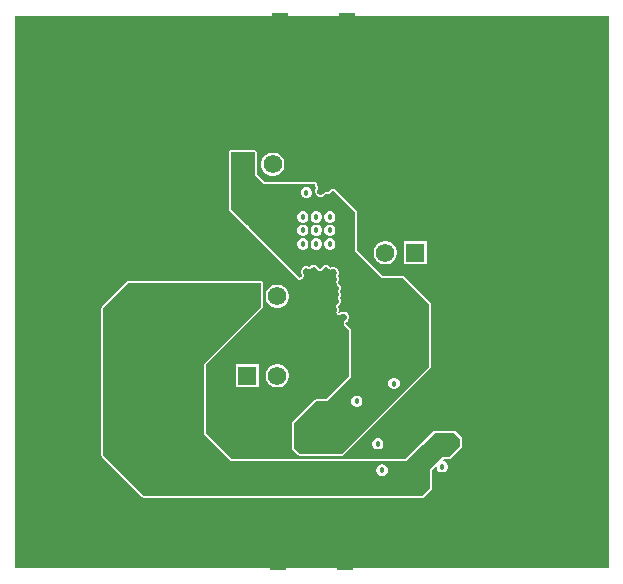
<source format=gbl>
G04*
G04 #@! TF.GenerationSoftware,Altium Limited,Altium Designer,23.8.1 (32)*
G04*
G04 Layer_Physical_Order=4*
G04 Layer_Color=16711680*
%FSLAX25Y25*%
%MOIN*%
G70*
G04*
G04 #@! TF.SameCoordinates,C2238681-CFA7-4295-91EC-4EAF016C526F*
G04*
G04*
G04 #@! TF.FilePolarity,Positive*
G04*
G01*
G75*
%ADD27R,0.05315X0.16535*%
%ADD49C,0.06181*%
%ADD50R,0.06181X0.06181*%
%ADD51C,0.15000*%
%ADD52C,0.01800*%
%ADD53C,0.01500*%
G36*
X198980Y1020D02*
X1020D01*
Y184980D01*
X198980D01*
Y1020D01*
D02*
G37*
%LPC*%
G36*
X87512Y139391D02*
X86488D01*
X85498Y139125D01*
X84611Y138613D01*
X83887Y137889D01*
X83375Y137002D01*
X83109Y136012D01*
Y134988D01*
X83375Y133998D01*
X83887Y133111D01*
X84611Y132387D01*
X85498Y131875D01*
X86488Y131609D01*
X87512D01*
X88502Y131875D01*
X89389Y132387D01*
X90113Y133111D01*
X90625Y133998D01*
X90891Y134988D01*
Y136012D01*
X90625Y137002D01*
X90113Y137889D01*
X89389Y138613D01*
X88502Y139125D01*
X87512Y139391D01*
D02*
G37*
G36*
X138391Y109891D02*
X130609D01*
Y102110D01*
X138391D01*
Y109891D01*
D02*
G37*
G36*
X125012D02*
X123988D01*
X122998Y109625D01*
X122111Y109113D01*
X121387Y108389D01*
X120875Y107502D01*
X120609Y106512D01*
Y105488D01*
X120875Y104498D01*
X121387Y103611D01*
X122111Y102887D01*
X122998Y102375D01*
X123988Y102110D01*
X125012D01*
X126002Y102375D01*
X126889Y102887D01*
X127613Y103611D01*
X128125Y104498D01*
X128391Y105488D01*
Y106512D01*
X128125Y107502D01*
X127613Y108389D01*
X126889Y109113D01*
X126002Y109625D01*
X125012Y109891D01*
D02*
G37*
G36*
X89012Y95390D02*
X87988D01*
X86998Y95125D01*
X86111Y94613D01*
X85387Y93889D01*
X84875Y93002D01*
X84610Y92012D01*
Y90988D01*
X84875Y89998D01*
X85387Y89111D01*
X86111Y88387D01*
X86998Y87875D01*
X87988Y87609D01*
X89012D01*
X90002Y87875D01*
X90889Y88387D01*
X91613Y89111D01*
X92125Y89998D01*
X92391Y90988D01*
Y92012D01*
X92125Y93002D01*
X91613Y93889D01*
X90889Y94613D01*
X90002Y95125D01*
X89012Y95390D01*
D02*
G37*
G36*
Y68891D02*
X87988D01*
X86998Y68625D01*
X86111Y68113D01*
X85387Y67389D01*
X84875Y66502D01*
X84610Y65512D01*
Y64488D01*
X84875Y63498D01*
X85387Y62611D01*
X86111Y61887D01*
X86998Y61375D01*
X87988Y61110D01*
X89012D01*
X90002Y61375D01*
X90889Y61887D01*
X91613Y62611D01*
X92125Y63498D01*
X92391Y64488D01*
Y65512D01*
X92125Y66502D01*
X91613Y67389D01*
X90889Y68113D01*
X90002Y68625D01*
X89012Y68891D01*
D02*
G37*
G36*
X82390D02*
X74610D01*
Y61110D01*
X82390D01*
Y68891D01*
D02*
G37*
G36*
X122378Y44235D02*
X121622D01*
X120924Y43945D01*
X120389Y43411D01*
X120100Y42713D01*
Y41957D01*
X120389Y41258D01*
X120924Y40724D01*
X121622Y40435D01*
X122378D01*
X123076Y40724D01*
X123611Y41258D01*
X123900Y41957D01*
Y42713D01*
X123611Y43411D01*
X123076Y43945D01*
X122378Y44235D01*
D02*
G37*
G36*
X81000Y140149D02*
X73000D01*
X72541Y139959D01*
X72351Y139500D01*
Y120500D01*
X72541Y120041D01*
X77798Y114784D01*
X77917Y114734D01*
X78009Y114643D01*
X78208Y114560D01*
X78560Y114208D01*
X78643Y114008D01*
X78734Y113917D01*
X78784Y113798D01*
X95436Y97146D01*
X95555Y97097D01*
X95646Y97005D01*
X95775Y97005D01*
X95895Y96956D01*
X96014Y97005D01*
X96143Y97005D01*
X96643Y97211D01*
X96644Y97212D01*
X96644D01*
X96822Y97390D01*
X96995Y97563D01*
Y97563D01*
X96995Y97563D01*
X97246Y98169D01*
Y98264D01*
X97319Y98441D01*
X97246Y98618D01*
Y98713D01*
X97006Y99292D01*
Y99790D01*
X97197Y100249D01*
X97549Y100601D01*
X98008Y100792D01*
X98506D01*
X98879Y100637D01*
X99008D01*
X99128Y100587D01*
X99247Y100637D01*
X99376D01*
X99468Y100728D01*
X99587Y100778D01*
X99903Y101093D01*
X100362Y101284D01*
X100860D01*
X101320Y101093D01*
X101671Y100742D01*
X101824Y100372D01*
X101916Y100281D01*
X101965Y100162D01*
X102084Y100112D01*
X102176Y100021D01*
X102305D01*
X102424Y99971D01*
X102965D01*
X103085Y100021D01*
X103214D01*
X103305Y100112D01*
X103425Y100162D01*
X103474Y100281D01*
X103565Y100372D01*
X103652Y100580D01*
X104003Y100932D01*
X104463Y101122D01*
X104961D01*
X105420Y100932D01*
X105736Y100616D01*
X105855Y100567D01*
X105947Y100475D01*
X106076D01*
X106195Y100426D01*
X106314Y100475D01*
X106444D01*
X106817Y100630D01*
X107315D01*
X107774Y100440D01*
X108126Y100088D01*
X108317Y99628D01*
Y99131D01*
X108077Y98552D01*
Y98456D01*
X108003Y98280D01*
X108077Y98103D01*
Y98007D01*
X108317Y97428D01*
Y96931D01*
X108211Y96676D01*
Y96500D01*
X108169Y96329D01*
X108257Y95751D01*
X108362Y95578D01*
X108440Y95390D01*
X108883Y94947D01*
X109073Y94487D01*
Y93990D01*
X108834Y93411D01*
Y93315D01*
X108760Y93139D01*
X108834Y92962D01*
Y92866D01*
X109073Y92287D01*
Y91790D01*
X108834Y91211D01*
Y91115D01*
X108760Y90939D01*
X108834Y90762D01*
Y90666D01*
X109073Y90087D01*
Y89590D01*
X108883Y89130D01*
X108531Y88778D01*
X108442Y88741D01*
X108395Y88694D01*
X108329Y88681D01*
X108224Y88524D01*
X108090Y88390D01*
Y88336D01*
X108077Y88322D01*
Y88303D01*
X108053Y88268D01*
X108040Y88200D01*
X108077Y88015D01*
Y87825D01*
X108317Y87246D01*
Y86749D01*
X108182Y86425D01*
Y86236D01*
X108145Y86050D01*
X108182Y85994D01*
Y85928D01*
X108316Y85794D01*
X108422Y85637D01*
X108842Y85356D01*
X109040Y85316D01*
X109042Y85316D01*
X109209Y85246D01*
X109219Y85251D01*
X109229Y85247D01*
X109235Y85247D01*
X109281Y85268D01*
X109330Y85259D01*
X109478Y85358D01*
X109668Y85436D01*
X109792Y85560D01*
X110251Y85751D01*
X110749D01*
X111208Y85560D01*
X111560Y85208D01*
X111751Y84749D01*
Y84251D01*
X111560Y83792D01*
X111208Y83440D01*
X111061Y83379D01*
X111014Y83332D01*
X110949Y83319D01*
X110843Y83161D01*
X110709Y83027D01*
Y82961D01*
X110672Y82905D01*
X110575Y82415D01*
X110588Y82350D01*
X110562Y82288D01*
X110635Y82113D01*
X110672Y81928D01*
X110727Y81890D01*
X110752Y81829D01*
X112351Y80231D01*
Y64769D01*
X104731Y57149D01*
X101500D01*
X101041Y56959D01*
X93541Y49459D01*
X93351Y49000D01*
Y41000D01*
X93541Y40541D01*
X95541Y38541D01*
X96000Y38351D01*
X110000D01*
X110459Y38541D01*
X139459Y67541D01*
X139649Y68000D01*
Y89000D01*
X139459Y89459D01*
X130959Y97959D01*
X130500Y98149D01*
X123769D01*
X115149Y106769D01*
Y119500D01*
X114959Y119959D01*
X107752Y127167D01*
X107690Y127192D01*
X107653Y127247D01*
X107468Y127284D01*
X107293Y127357D01*
X107231Y127331D01*
X107166Y127344D01*
X106676Y127247D01*
X106620Y127210D01*
X106554D01*
X106420Y127076D01*
X106262Y126971D01*
X106257Y126943D01*
X105872Y126558D01*
X105412Y126368D01*
X104915D01*
X104915Y126368D01*
X104418Y126368D01*
X104066Y126016D01*
X103981Y125810D01*
X103629Y125458D01*
X103169Y125268D01*
X102672D01*
X102212Y125458D01*
X101860Y125810D01*
X101670Y126270D01*
Y126767D01*
X101910Y127346D01*
Y127442D01*
X101983Y127618D01*
X101910Y127795D01*
Y127891D01*
X101670Y128470D01*
Y129000D01*
X101480Y129459D01*
X101020Y129649D01*
X84269D01*
X81649Y132269D01*
Y139500D01*
X81459Y139959D01*
X81000Y140149D01*
D02*
G37*
G36*
X83000Y96649D02*
X39000D01*
X38541Y96459D01*
X30041Y87959D01*
X29851Y87500D01*
Y38500D01*
X30041Y38041D01*
X43541Y24541D01*
X44000Y24351D01*
X137000D01*
X137459Y24541D01*
X139959Y27041D01*
X140149Y27500D01*
Y33731D01*
X141100Y34681D01*
X141600Y34474D01*
Y34319D01*
X141889Y33621D01*
X142424Y33086D01*
X143122Y32797D01*
X143878D01*
X144576Y33086D01*
X145111Y33621D01*
X145400Y34319D01*
Y35075D01*
X145111Y35773D01*
X144576Y36308D01*
X143914Y36582D01*
X143814Y36794D01*
X143716Y37094D01*
X143915Y37350D01*
X146000D01*
X146459Y37541D01*
X149959Y41041D01*
X150149Y41500D01*
X150149Y44000D01*
X149959Y44459D01*
X147959Y46459D01*
X147500Y46649D01*
X141000D01*
X140541Y46459D01*
X136541Y42459D01*
X131231Y37149D01*
X73269D01*
X64649Y45769D01*
X64649Y68731D01*
X83459Y87541D01*
X83649Y88000D01*
Y96000D01*
X83459Y96459D01*
X83000Y96649D01*
D02*
G37*
%LPD*%
G36*
X81000Y132000D02*
X84000Y129000D01*
X101020D01*
Y128340D01*
X101310Y127642D01*
X101333Y127618D01*
X101310Y127595D01*
X101020Y126896D01*
Y126140D01*
X101310Y125442D01*
X101844Y124908D01*
X102542Y124618D01*
X103298D01*
X103997Y124908D01*
X104531Y125442D01*
X104666Y125768D01*
X104786Y125718D01*
X105542D01*
X106240Y126008D01*
X106774Y126542D01*
X106802Y126610D01*
X107293Y126707D01*
X114500Y119500D01*
Y106500D01*
X123500Y97500D01*
X130500D01*
X139000Y89000D01*
Y68000D01*
X110000Y39000D01*
X96000D01*
X94000Y41000D01*
Y49000D01*
X101500Y56500D01*
X105000D01*
X113000Y64500D01*
Y80500D01*
X111212Y82288D01*
X111309Y82779D01*
X111576Y82889D01*
X112111Y83424D01*
X112400Y84122D01*
Y84878D01*
X112111Y85576D01*
X111576Y86111D01*
X110878Y86400D01*
X110122D01*
X109424Y86111D01*
X109209Y85896D01*
X109203Y85896D01*
X108782Y86177D01*
X108966Y86620D01*
Y87375D01*
X108677Y88074D01*
X108690Y88141D01*
X108899Y88228D01*
X109434Y88762D01*
X109723Y89461D01*
Y90216D01*
X109434Y90915D01*
X109410Y90939D01*
X109434Y90962D01*
X109723Y91661D01*
Y92417D01*
X109434Y93115D01*
X109410Y93139D01*
X109434Y93162D01*
X109723Y93861D01*
Y94617D01*
X109434Y95315D01*
X108899Y95849D01*
X108811Y96427D01*
X108966Y96802D01*
Y97558D01*
X108677Y98256D01*
X108653Y98280D01*
X108677Y98303D01*
X108966Y99002D01*
Y99758D01*
X108677Y100456D01*
X108142Y100990D01*
X107444Y101280D01*
X106688D01*
X106195Y101075D01*
X105788Y101482D01*
X105090Y101772D01*
X104334D01*
X103636Y101482D01*
X103101Y100948D01*
X102965Y100621D01*
X102424D01*
X102222Y101109D01*
X101687Y101644D01*
X100989Y101933D01*
X100233D01*
X99535Y101644D01*
X99128Y101237D01*
X98635Y101441D01*
X97879D01*
X97181Y101152D01*
X96646Y100617D01*
X96357Y99919D01*
Y99163D01*
X96646Y98465D01*
X96670Y98441D01*
X96646Y98417D01*
X96395Y97812D01*
X95895Y97605D01*
X79243Y114257D01*
X79111Y114576D01*
X78576Y115111D01*
X78257Y115243D01*
X73000Y120500D01*
Y139500D01*
X81000D01*
Y132000D01*
D02*
G37*
%LPC*%
G36*
X98584Y127955D02*
X97828D01*
X97129Y127666D01*
X96595Y127131D01*
X96306Y126433D01*
Y125677D01*
X96595Y124979D01*
X97129Y124444D01*
X97828Y124155D01*
X98584D01*
X99282Y124444D01*
X99816Y124979D01*
X100106Y125677D01*
Y126433D01*
X99816Y127131D01*
X99282Y127666D01*
X98584Y127955D01*
D02*
G37*
G36*
X106378Y119900D02*
X105622D01*
X104924Y119611D01*
X104389Y119076D01*
X104100Y118378D01*
Y117622D01*
X104389Y116924D01*
X104924Y116389D01*
X105622Y116100D01*
X106378D01*
X107076Y116389D01*
X107611Y116924D01*
X107900Y117622D01*
Y118378D01*
X107611Y119076D01*
X107076Y119611D01*
X106378Y119900D01*
D02*
G37*
G36*
X101878D02*
X101122D01*
X100424Y119611D01*
X99889Y119076D01*
X99600Y118378D01*
Y117622D01*
X99889Y116924D01*
X100424Y116389D01*
X101122Y116100D01*
X101878D01*
X102576Y116389D01*
X103111Y116924D01*
X103400Y117622D01*
Y118378D01*
X103111Y119076D01*
X102576Y119611D01*
X101878Y119900D01*
D02*
G37*
G36*
X97378D02*
X96622D01*
X95924Y119611D01*
X95389Y119076D01*
X95100Y118378D01*
Y117622D01*
X95389Y116924D01*
X95924Y116389D01*
X96622Y116100D01*
X97378D01*
X98076Y116389D01*
X98611Y116924D01*
X98900Y117622D01*
Y118378D01*
X98611Y119076D01*
X98076Y119611D01*
X97378Y119900D01*
D02*
G37*
G36*
X106378Y115400D02*
X105622D01*
X104924Y115111D01*
X104389Y114576D01*
X104100Y113878D01*
Y113122D01*
X104389Y112424D01*
X104924Y111889D01*
X105622Y111600D01*
X106378D01*
X107076Y111889D01*
X107611Y112424D01*
X107900Y113122D01*
Y113878D01*
X107611Y114576D01*
X107076Y115111D01*
X106378Y115400D01*
D02*
G37*
G36*
X101878D02*
X101122D01*
X100424Y115111D01*
X99889Y114576D01*
X99600Y113878D01*
Y113122D01*
X99889Y112424D01*
X100424Y111889D01*
X101122Y111600D01*
X101878D01*
X102576Y111889D01*
X103111Y112424D01*
X103400Y113122D01*
Y113878D01*
X103111Y114576D01*
X102576Y115111D01*
X101878Y115400D01*
D02*
G37*
G36*
X97378D02*
X96622D01*
X95924Y115111D01*
X95389Y114576D01*
X95100Y113878D01*
Y113122D01*
X95389Y112424D01*
X95924Y111889D01*
X96622Y111600D01*
X97378D01*
X98076Y111889D01*
X98611Y112424D01*
X98900Y113122D01*
Y113878D01*
X98611Y114576D01*
X98076Y115111D01*
X97378Y115400D01*
D02*
G37*
G36*
X106378Y110900D02*
X105622D01*
X104924Y110611D01*
X104389Y110076D01*
X104100Y109378D01*
Y108622D01*
X104389Y107924D01*
X104924Y107389D01*
X105622Y107100D01*
X106378D01*
X107076Y107389D01*
X107611Y107924D01*
X107900Y108622D01*
Y109378D01*
X107611Y110076D01*
X107076Y110611D01*
X106378Y110900D01*
D02*
G37*
G36*
X101878D02*
X101122D01*
X100424Y110611D01*
X99889Y110076D01*
X99600Y109378D01*
Y108622D01*
X99889Y107924D01*
X100424Y107389D01*
X101122Y107100D01*
X101878D01*
X102576Y107389D01*
X103111Y107924D01*
X103400Y108622D01*
Y109378D01*
X103111Y110076D01*
X102576Y110611D01*
X101878Y110900D01*
D02*
G37*
G36*
X97378D02*
X96622D01*
X95924Y110611D01*
X95389Y110076D01*
X95100Y109378D01*
Y108622D01*
X95389Y107924D01*
X95924Y107389D01*
X96622Y107100D01*
X97378D01*
X98076Y107389D01*
X98611Y107924D01*
X98900Y108622D01*
Y109378D01*
X98611Y110076D01*
X98076Y110611D01*
X97378Y110900D01*
D02*
G37*
G36*
X127744Y64321D02*
X126988D01*
X126290Y64032D01*
X125755Y63498D01*
X125466Y62799D01*
Y62043D01*
X125755Y61345D01*
X126290Y60811D01*
X126988Y60521D01*
X127744D01*
X128442Y60811D01*
X128977Y61345D01*
X129266Y62043D01*
Y62799D01*
X128977Y63498D01*
X128442Y64032D01*
X127744Y64321D01*
D02*
G37*
G36*
X115378Y58400D02*
X114622D01*
X113924Y58111D01*
X113389Y57576D01*
X113100Y56878D01*
Y56122D01*
X113389Y55424D01*
X113924Y54889D01*
X114622Y54600D01*
X115378D01*
X116076Y54889D01*
X116611Y55424D01*
X116900Y56122D01*
Y56878D01*
X116611Y57576D01*
X116076Y58111D01*
X115378Y58400D01*
D02*
G37*
%LPD*%
G36*
X83000Y88000D02*
X64000Y69000D01*
X64000Y45500D01*
X73000Y36500D01*
X131500D01*
X137000Y42000D01*
X141000Y46000D01*
X147500D01*
X149500Y44000D01*
X149500Y41500D01*
X146000Y38000D01*
X143500D01*
X139500Y34000D01*
Y27500D01*
X137000Y25000D01*
X44000D01*
X30500Y38500D01*
Y87500D01*
X39000Y96000D01*
X83000D01*
Y88000D01*
D02*
G37*
%LPC*%
G36*
X123500Y35437D02*
X122759Y35290D01*
X122130Y34870D01*
X121710Y34241D01*
X121563Y33500D01*
X121710Y32759D01*
X122130Y32130D01*
X122759Y31710D01*
X123500Y31563D01*
X124241Y31710D01*
X124870Y32130D01*
X125290Y32759D01*
X125437Y33500D01*
X125290Y34241D01*
X124870Y34870D01*
X124241Y35290D01*
X123500Y35437D01*
D02*
G37*
%LPD*%
D27*
X111122Y8508D02*
D03*
X88878D02*
D03*
X111622Y177492D02*
D03*
X89378D02*
D03*
D49*
X87000Y135500D02*
D03*
X88500Y65000D02*
D03*
X124500Y106000D02*
D03*
X88500Y91500D02*
D03*
D50*
X77000Y135500D02*
D03*
X78500Y65000D02*
D03*
X134500Y106000D02*
D03*
X78500Y91500D02*
D03*
D51*
X187500Y173500D02*
D03*
Y12500D02*
D03*
X12500Y173500D02*
D03*
X12500Y12500D02*
D03*
D52*
X105823Y88839D02*
D03*
X104712Y99872D02*
D03*
X107066Y99380D02*
D03*
Y97180D02*
D03*
X105019Y97718D02*
D03*
X105823Y91039D02*
D03*
Y93239D02*
D03*
Y95439D02*
D03*
X107823Y89839D02*
D03*
Y92039D02*
D03*
Y94239D02*
D03*
X107066Y86997D02*
D03*
Y84798D02*
D03*
X97500Y94400D02*
D03*
Y92200D02*
D03*
Y90000D02*
D03*
X99500Y95600D02*
D03*
Y93400D02*
D03*
Y91200D02*
D03*
X100304Y97880D02*
D03*
X98257Y97341D02*
D03*
Y99541D02*
D03*
Y84959D02*
D03*
Y87159D02*
D03*
X105100Y169344D02*
D03*
X95899Y168911D02*
D03*
X102857Y168213D02*
D03*
X98143Y167811D02*
D03*
Y165611D02*
D03*
Y163411D02*
D03*
X102857Y166013D02*
D03*
Y163813D02*
D03*
X190000Y150000D02*
D03*
Y140000D02*
D03*
Y130000D02*
D03*
X180000Y150000D02*
D03*
Y140000D02*
D03*
Y130000D02*
D03*
X170000Y150000D02*
D03*
Y140000D02*
D03*
Y130000D02*
D03*
X160000Y150000D02*
D03*
Y140000D02*
D03*
Y130000D02*
D03*
X190000Y160000D02*
D03*
Y120000D02*
D03*
Y110000D02*
D03*
Y100000D02*
D03*
Y90000D02*
D03*
Y80000D02*
D03*
Y70000D02*
D03*
Y60000D02*
D03*
Y50000D02*
D03*
Y40000D02*
D03*
Y30000D02*
D03*
X180000Y160000D02*
D03*
Y120000D02*
D03*
Y110000D02*
D03*
Y100000D02*
D03*
Y90000D02*
D03*
Y80000D02*
D03*
Y70000D02*
D03*
Y60000D02*
D03*
Y50000D02*
D03*
Y40000D02*
D03*
Y30000D02*
D03*
Y20000D02*
D03*
X170000Y160000D02*
D03*
Y120000D02*
D03*
Y110000D02*
D03*
Y100000D02*
D03*
Y90000D02*
D03*
Y80000D02*
D03*
Y70000D02*
D03*
Y60000D02*
D03*
Y50000D02*
D03*
Y40000D02*
D03*
Y30000D02*
D03*
Y20000D02*
D03*
Y10000D02*
D03*
X160000Y170000D02*
D03*
Y160000D02*
D03*
Y120000D02*
D03*
Y110000D02*
D03*
Y100000D02*
D03*
Y90000D02*
D03*
Y80000D02*
D03*
Y70000D02*
D03*
Y60000D02*
D03*
Y50000D02*
D03*
Y40000D02*
D03*
Y30000D02*
D03*
Y20000D02*
D03*
Y10000D02*
D03*
X150000Y170000D02*
D03*
Y160000D02*
D03*
Y150000D02*
D03*
Y140000D02*
D03*
Y130000D02*
D03*
Y120000D02*
D03*
Y110000D02*
D03*
Y100000D02*
D03*
Y90000D02*
D03*
Y80000D02*
D03*
Y70000D02*
D03*
Y60000D02*
D03*
Y50000D02*
D03*
Y30000D02*
D03*
Y20000D02*
D03*
Y10000D02*
D03*
X140000Y170000D02*
D03*
Y160000D02*
D03*
Y150000D02*
D03*
Y140000D02*
D03*
Y130000D02*
D03*
Y100000D02*
D03*
Y20000D02*
D03*
Y10000D02*
D03*
X130000Y170000D02*
D03*
Y160000D02*
D03*
Y150000D02*
D03*
Y140000D02*
D03*
Y130000D02*
D03*
Y100000D02*
D03*
Y20000D02*
D03*
Y10000D02*
D03*
X120000Y170000D02*
D03*
Y160000D02*
D03*
Y150000D02*
D03*
Y140000D02*
D03*
Y130000D02*
D03*
Y120000D02*
D03*
Y110000D02*
D03*
Y20000D02*
D03*
Y10000D02*
D03*
X110000Y160000D02*
D03*
Y150000D02*
D03*
Y140000D02*
D03*
Y130000D02*
D03*
X100000Y70000D02*
D03*
X90000Y160000D02*
D03*
Y150000D02*
D03*
Y140000D02*
D03*
Y80000D02*
D03*
Y70000D02*
D03*
Y50000D02*
D03*
Y40000D02*
D03*
X80000Y170000D02*
D03*
Y160000D02*
D03*
Y150000D02*
D03*
Y60000D02*
D03*
X70000Y170000D02*
D03*
Y160000D02*
D03*
Y150000D02*
D03*
Y140000D02*
D03*
Y130000D02*
D03*
Y120000D02*
D03*
Y110000D02*
D03*
Y100000D02*
D03*
Y70000D02*
D03*
Y60000D02*
D03*
X60000Y170000D02*
D03*
Y160000D02*
D03*
Y150000D02*
D03*
Y140000D02*
D03*
Y130000D02*
D03*
Y120000D02*
D03*
Y110000D02*
D03*
Y100000D02*
D03*
X50000Y170000D02*
D03*
Y160000D02*
D03*
Y150000D02*
D03*
Y140000D02*
D03*
Y130000D02*
D03*
Y120000D02*
D03*
Y110000D02*
D03*
Y100000D02*
D03*
Y20000D02*
D03*
Y10000D02*
D03*
X40000Y170000D02*
D03*
Y160000D02*
D03*
Y150000D02*
D03*
Y140000D02*
D03*
Y130000D02*
D03*
Y120000D02*
D03*
Y110000D02*
D03*
Y100000D02*
D03*
Y20000D02*
D03*
Y10000D02*
D03*
X30000Y160000D02*
D03*
Y150000D02*
D03*
Y140000D02*
D03*
Y130000D02*
D03*
Y120000D02*
D03*
Y110000D02*
D03*
Y100000D02*
D03*
Y90000D02*
D03*
Y30000D02*
D03*
Y20000D02*
D03*
X20000Y160000D02*
D03*
Y150000D02*
D03*
Y140000D02*
D03*
Y130000D02*
D03*
Y120000D02*
D03*
Y110000D02*
D03*
Y100000D02*
D03*
Y90000D02*
D03*
Y80000D02*
D03*
Y70000D02*
D03*
Y60000D02*
D03*
Y50000D02*
D03*
Y40000D02*
D03*
Y30000D02*
D03*
Y20000D02*
D03*
X10000Y160000D02*
D03*
Y150000D02*
D03*
Y140000D02*
D03*
Y130000D02*
D03*
Y120000D02*
D03*
Y110000D02*
D03*
Y100000D02*
D03*
Y90000D02*
D03*
Y80000D02*
D03*
Y70000D02*
D03*
Y60000D02*
D03*
Y50000D02*
D03*
Y40000D02*
D03*
Y30000D02*
D03*
X146500Y44000D02*
D03*
X100611Y100033D02*
D03*
X105019Y86459D02*
D03*
Y84259D02*
D03*
X100000Y79800D02*
D03*
Y82000D02*
D03*
X99500Y89000D02*
D03*
X100304Y84420D02*
D03*
Y86620D02*
D03*
X110500Y84500D02*
D03*
X95899Y166711D02*
D03*
Y164511D02*
D03*
Y162311D02*
D03*
Y160111D02*
D03*
Y157911D02*
D03*
Y155711D02*
D03*
Y153511D02*
D03*
Y151311D02*
D03*
Y149111D02*
D03*
Y146911D02*
D03*
Y144711D02*
D03*
Y142511D02*
D03*
X95899Y140300D02*
D03*
X95931Y135916D02*
D03*
X105164Y127618D02*
D03*
Y129818D02*
D03*
X105162Y132074D02*
D03*
X105058Y135313D02*
D03*
X105027Y138505D02*
D03*
X105101Y140713D02*
D03*
Y142913D02*
D03*
Y145113D02*
D03*
Y147313D02*
D03*
Y149513D02*
D03*
Y151713D02*
D03*
Y153913D02*
D03*
Y156113D02*
D03*
Y158313D02*
D03*
Y160513D02*
D03*
Y162713D02*
D03*
Y164913D02*
D03*
X105100Y167145D02*
D03*
X98143Y161211D02*
D03*
Y159011D02*
D03*
Y156811D02*
D03*
Y154611D02*
D03*
Y152411D02*
D03*
Y150211D02*
D03*
Y148011D02*
D03*
Y145811D02*
D03*
Y143611D02*
D03*
Y141411D02*
D03*
X97500Y138000D02*
D03*
X98206Y126055D02*
D03*
X102920Y126518D02*
D03*
Y128718D02*
D03*
Y130918D02*
D03*
X103500Y133500D02*
D03*
Y137000D02*
D03*
X102857Y141813D02*
D03*
Y144013D02*
D03*
Y146213D02*
D03*
Y148413D02*
D03*
Y150613D02*
D03*
Y152813D02*
D03*
Y155013D02*
D03*
Y157213D02*
D03*
Y159413D02*
D03*
Y161613D02*
D03*
X96500Y44500D02*
D03*
Y40500D02*
D03*
X103500Y44500D02*
D03*
X100000D02*
D03*
Y40500D02*
D03*
X103500D02*
D03*
X122000Y42335D02*
D03*
X143500Y34697D02*
D03*
X147000D02*
D03*
X123500Y33500D02*
D03*
X132468Y33442D02*
D03*
X135531D02*
D03*
X132866Y42921D02*
D03*
X127366Y62421D02*
D03*
X139366D02*
D03*
X132866Y48921D02*
D03*
X41000Y81500D02*
D03*
X44500D02*
D03*
X48000D02*
D03*
X55000D02*
D03*
X51500D02*
D03*
X55000Y73500D02*
D03*
X51500D02*
D03*
Y77500D02*
D03*
X55000D02*
D03*
X48000D02*
D03*
X44500D02*
D03*
X41000D02*
D03*
Y73500D02*
D03*
X44500D02*
D03*
X48000D02*
D03*
X57500Y31000D02*
D03*
X125197Y123000D02*
D03*
Y126500D02*
D03*
X130000Y121197D02*
D03*
X56000Y5000D02*
D03*
Y8500D02*
D03*
Y20500D02*
D03*
Y17000D02*
D03*
X115000Y56500D02*
D03*
X77500Y113500D02*
D03*
Y110000D02*
D03*
X76500Y104500D02*
D03*
Y100500D02*
D03*
X101500Y109000D02*
D03*
Y113500D02*
D03*
Y118000D02*
D03*
X106000Y113500D02*
D03*
X97000D02*
D03*
Y109000D02*
D03*
X106000D02*
D03*
Y118000D02*
D03*
X97000D02*
D03*
X144000Y115500D02*
D03*
X88500Y20500D02*
D03*
X112000Y166000D02*
D03*
X89500D02*
D03*
X111000Y20500D02*
D03*
X110000Y69000D02*
D03*
X106500D02*
D03*
X103000D02*
D03*
Y73000D02*
D03*
X106500D02*
D03*
X110000D02*
D03*
X81000Y41000D02*
D03*
D53*
X112000Y166000D02*
Y177114D01*
X111622Y177492D02*
X112000Y177114D01*
X89378Y177492D02*
X89500Y177370D01*
Y166000D02*
Y177370D01*
X111000Y8630D02*
X111122Y8508D01*
X111000Y8630D02*
Y20500D01*
X88500Y8886D02*
X88878Y8508D01*
X88500Y8886D02*
Y20500D01*
M02*

</source>
